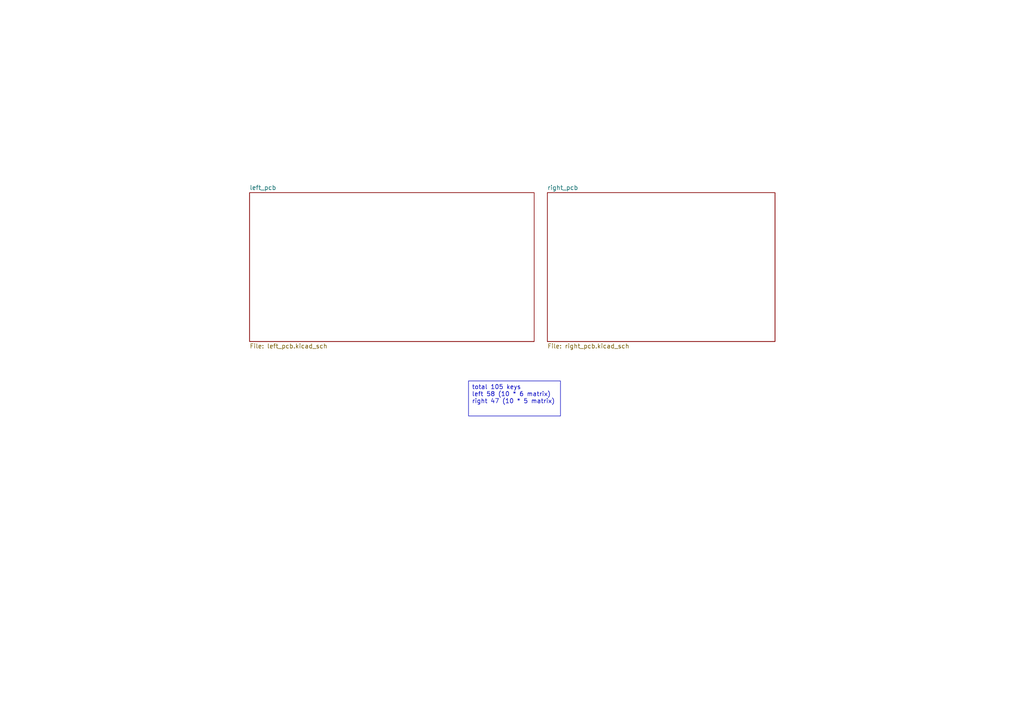
<source format=kicad_sch>
(kicad_sch (version 20230121) (generator eeschema)
  (paper "A4")
  (lib_symbols)
  (text_box "total 105 keys\nleft 58 (10 * 6 matrix)\nright 47 (10 * 5 matrix)" (at 135.89 110.49 0) (size 26.67 10.16) (effects (font (size 1.27 1.27)) (justify left top)))
  (sheet (at 158.75 55.88) (size 66.04 43.18) (stroke (width 0.1524))
    (property "Sheetname" "right_pcb" (at 158.75 55.1684 0) (effects (justify left bottom)))
    (property "Sheetfile" "right_pcb.kicad_sch" (at 158.75 99.6446 0) (effects (justify left top)))
  )
  (sheet (at 72.39 55.88) (size 82.55 43.18) (stroke (width 0.1524))
    (property "Sheetname" "left_pcb" (at 72.39 55.1684 0) (effects (justify left bottom)))
    (property "Sheetfile" "left_pcb.kicad_sch" (at 72.39 99.6446 0) (effects (justify left top)))
  )
)
</source>
